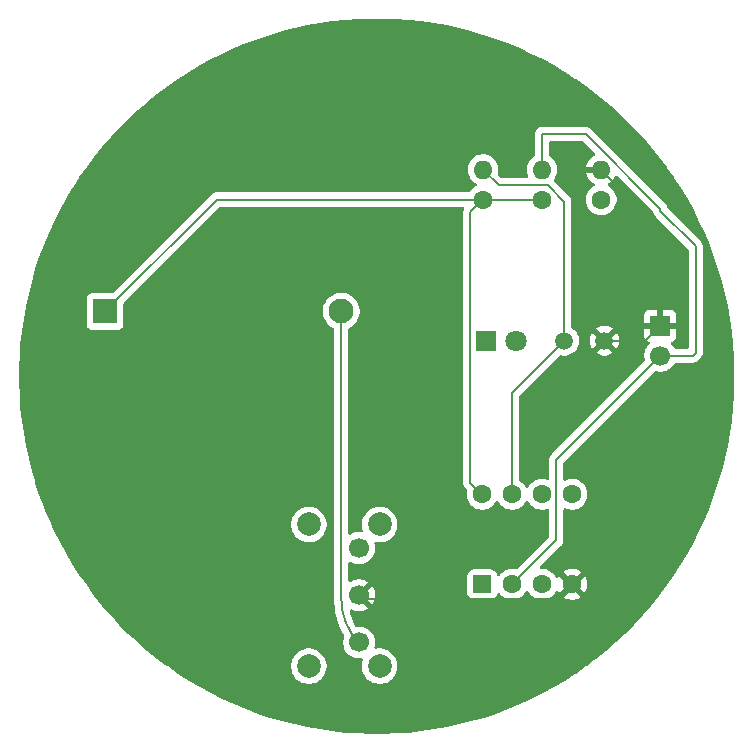
<source format=gbr>
%TF.GenerationSoftware,KiCad,Pcbnew,9.0.1*%
%TF.CreationDate,2025-06-16T09:39:09+05:30*%
%TF.ProjectId,project1,70726f6a-6563-4743-912e-6b696361645f,rev?*%
%TF.SameCoordinates,Original*%
%TF.FileFunction,Copper,L1,Top*%
%TF.FilePolarity,Positive*%
%FSLAX46Y46*%
G04 Gerber Fmt 4.6, Leading zero omitted, Abs format (unit mm)*
G04 Created by KiCad (PCBNEW 9.0.1) date 2025-06-16 09:39:09*
%MOMM*%
%LPD*%
G01*
G04 APERTURE LIST*
G04 Aperture macros list*
%AMRoundRect*
0 Rectangle with rounded corners*
0 $1 Rounding radius*
0 $2 $3 $4 $5 $6 $7 $8 $9 X,Y pos of 4 corners*
0 Add a 4 corners polygon primitive as box body*
4,1,4,$2,$3,$4,$5,$6,$7,$8,$9,$2,$3,0*
0 Add four circle primitives for the rounded corners*
1,1,$1+$1,$2,$3*
1,1,$1+$1,$4,$5*
1,1,$1+$1,$6,$7*
1,1,$1+$1,$8,$9*
0 Add four rect primitives between the rounded corners*
20,1,$1+$1,$2,$3,$4,$5,0*
20,1,$1+$1,$4,$5,$6,$7,0*
20,1,$1+$1,$6,$7,$8,$9,0*
20,1,$1+$1,$8,$9,$2,$3,0*%
G04 Aperture macros list end*
%TA.AperFunction,ComponentPad*%
%ADD10C,1.600000*%
%TD*%
%TA.AperFunction,ComponentPad*%
%ADD11O,1.600000X1.600000*%
%TD*%
%TA.AperFunction,ComponentPad*%
%ADD12RoundRect,0.250000X0.550000X-0.550000X0.550000X0.550000X-0.550000X0.550000X-0.550000X-0.550000X0*%
%TD*%
%TA.AperFunction,ComponentPad*%
%ADD13C,2.000000*%
%TD*%
%TA.AperFunction,ComponentPad*%
%ADD14C,1.700000*%
%TD*%
%TA.AperFunction,ComponentPad*%
%ADD15R,1.700000X1.700000*%
%TD*%
%TA.AperFunction,ComponentPad*%
%ADD16R,1.800000X1.800000*%
%TD*%
%TA.AperFunction,ComponentPad*%
%ADD17C,1.800000*%
%TD*%
%TA.AperFunction,ComponentPad*%
%ADD18C,1.500000*%
%TD*%
%TA.AperFunction,ComponentPad*%
%ADD19R,2.100000X2.100000*%
%TD*%
%TA.AperFunction,ComponentPad*%
%ADD20C,2.100000*%
%TD*%
%TA.AperFunction,Conductor*%
%ADD21C,0.200000*%
%TD*%
G04 APERTURE END LIST*
D10*
%TO.P,R3,1*%
%TO.N,+3.3V*%
X108500000Y-59545000D03*
D11*
%TO.P,R3,2*%
%TO.N,/MIC*%
X108500000Y-57005000D03*
%TD*%
D12*
%TO.P,U1,1,~{RESET}/PB5*%
%TO.N,unconnected-(U1-~{RESET}{slash}PB5-Pad1)*%
X103420000Y-92120000D03*
D10*
%TO.P,U1,2,XTAL1/PB3*%
%TO.N,/MIC*%
X105960000Y-92120000D03*
%TO.P,U1,3,XTAL2/PB4*%
%TO.N,unconnected-(U1-XTAL2{slash}PB4-Pad3)*%
X108500000Y-92120000D03*
%TO.P,U1,4,GND*%
%TO.N,GND*%
X111040000Y-92120000D03*
%TO.P,U1,5,AREF/PB0*%
%TO.N,unconnected-(U1-AREF{slash}PB0-Pad5)*%
X111040000Y-84500000D03*
%TO.P,U1,6,PB1*%
%TO.N,/LED*%
X108500000Y-84500000D03*
%TO.P,U1,7,PB2*%
%TO.N,/LDR*%
X105960000Y-84500000D03*
%TO.P,U1,8,VCC*%
%TO.N,+3.3V*%
X103420000Y-84500000D03*
%TD*%
%TO.P,R1,1*%
%TO.N,+3.3V*%
X103500000Y-59545000D03*
D11*
%TO.P,R1,2*%
%TO.N,/LDR*%
X103500000Y-57005000D03*
%TD*%
D13*
%TO.P,SW1,*%
%TO.N,*%
X94750000Y-87042500D03*
X88750000Y-87042500D03*
X94750000Y-99042500D03*
X88750000Y-99042500D03*
D14*
%TO.P,SW1,1,A*%
%TO.N,unconnected-(SW1-A-Pad1)*%
X93000000Y-89042500D03*
%TO.P,SW1,2,B*%
%TO.N,GND*%
X93000000Y-93042500D03*
%TO.P,SW1,3,C*%
%TO.N,Net-(BT1--)*%
X93000000Y-97042500D03*
%TD*%
D15*
%TO.P,MK1,1,-*%
%TO.N,GND*%
X118500000Y-70225000D03*
D14*
%TO.P,MK1,2,+*%
%TO.N,/MIC*%
X118500000Y-72765000D03*
%TD*%
D16*
%TO.P,D1,1,K*%
%TO.N,Net-(D1-K)*%
X103730000Y-71500000D03*
D17*
%TO.P,D1,2,A*%
%TO.N,/LED*%
X106270000Y-71500000D03*
%TD*%
D18*
%TO.P,R2,1*%
%TO.N,/LDR*%
X110375000Y-71500000D03*
%TO.P,R2,2*%
%TO.N,GND*%
X113775000Y-71500000D03*
%TD*%
D19*
%TO.P,BT1,1,+*%
%TO.N,+3.3V*%
X71500000Y-69000000D03*
D20*
%TO.P,BT1,2,-*%
%TO.N,Net-(BT1--)*%
X91500000Y-69000000D03*
%TD*%
D10*
%TO.P,R4,1*%
%TO.N,Net-(D1-K)*%
X113500000Y-59545000D03*
D11*
%TO.P,R4,2*%
%TO.N,GND*%
X113500000Y-57005000D03*
%TD*%
D21*
%TO.N,Net-(BT1--)*%
X91500000Y-69000000D02*
X91500000Y-93421180D01*
X91500000Y-93421180D02*
G75*
G03*
X92999994Y-97042506I5121300J-20D01*
G01*
%TO.N,+3.3V*%
X102429000Y-83509000D02*
X103420000Y-84500000D01*
X103500000Y-59545000D02*
X102429000Y-60616000D01*
X102429000Y-60616000D02*
X102429000Y-83509000D01*
X80955000Y-59545000D02*
X103500000Y-59545000D01*
X103500000Y-59545000D02*
X108500000Y-59545000D01*
X71500000Y-69000000D02*
X80955000Y-59545000D01*
%TO.N,/MIC*%
X118500000Y-60306529D02*
X118500000Y-60500000D01*
X108500000Y-57005000D02*
X108500000Y-54000000D01*
X109701000Y-88379000D02*
X109701000Y-81564000D01*
X121500000Y-63500000D02*
X121500000Y-72500000D01*
X109701000Y-81564000D02*
X118500000Y-72765000D01*
X121500000Y-72500000D02*
X121235000Y-72765000D01*
X112193471Y-54000000D02*
X118500000Y-60306529D01*
X121235000Y-72765000D02*
X118500000Y-72765000D01*
X118500000Y-60500000D02*
X121500000Y-63500000D01*
X108500000Y-54000000D02*
X112193471Y-54000000D01*
X105960000Y-92120000D02*
X109701000Y-88379000D01*
%TO.N,GND*%
X111040000Y-92120000D02*
X109839000Y-93321000D01*
X113775000Y-71500000D02*
X117225000Y-71500000D01*
X117225000Y-71500000D02*
X118500000Y-70225000D01*
X118500000Y-62005000D02*
X118500000Y-70225000D01*
X113500000Y-57005000D02*
X118500000Y-62005000D01*
X93278500Y-93321000D02*
X93000000Y-93042500D01*
X111042500Y-92126036D02*
X111040000Y-92120000D01*
X109839000Y-93321000D02*
X93278500Y-93321000D01*
%TO.N,/LDR*%
X108997471Y-58344000D02*
X110375000Y-59721529D01*
X110375000Y-71500000D02*
X105960000Y-75915000D01*
X103500000Y-57005000D02*
X104839000Y-58344000D01*
X104839000Y-58344000D02*
X108997471Y-58344000D01*
X110375000Y-59721529D02*
X110375000Y-71500000D01*
X105960000Y-75915000D02*
X105960000Y-84500000D01*
%TD*%
%TA.AperFunction,Conductor*%
%TO.N,GND*%
G36*
X111960413Y-54620185D02*
G01*
X111981055Y-54636819D01*
X112975356Y-55631120D01*
X113008841Y-55692443D01*
X113003857Y-55762135D01*
X112961985Y-55818068D01*
X112943970Y-55829285D01*
X112818655Y-55893136D01*
X112653105Y-56013417D01*
X112653104Y-56013417D01*
X112508417Y-56158104D01*
X112508417Y-56158105D01*
X112388140Y-56323650D01*
X112295244Y-56505970D01*
X112232009Y-56700586D01*
X112223391Y-56755000D01*
X113184314Y-56755000D01*
X113179920Y-56759394D01*
X113127259Y-56850606D01*
X113100000Y-56952339D01*
X113100000Y-57057661D01*
X113127259Y-57159394D01*
X113179920Y-57250606D01*
X113184314Y-57255000D01*
X112223391Y-57255000D01*
X112232009Y-57309413D01*
X112295244Y-57504029D01*
X112388140Y-57686349D01*
X112508417Y-57851894D01*
X112508417Y-57851895D01*
X112653104Y-57996582D01*
X112818652Y-58116861D01*
X112911628Y-58164234D01*
X112962425Y-58212208D01*
X112979220Y-58280029D01*
X112956683Y-58346164D01*
X112911630Y-58385203D01*
X112818388Y-58432713D01*
X112652786Y-58553028D01*
X112508028Y-58697786D01*
X112387715Y-58863386D01*
X112294781Y-59045776D01*
X112231522Y-59240465D01*
X112199500Y-59442648D01*
X112199500Y-59647351D01*
X112231522Y-59849534D01*
X112294781Y-60044223D01*
X112310333Y-60074744D01*
X112383320Y-60217989D01*
X112387715Y-60226613D01*
X112508028Y-60392213D01*
X112652786Y-60536971D01*
X112807749Y-60649556D01*
X112818390Y-60657287D01*
X112912148Y-60705059D01*
X113000776Y-60750218D01*
X113000778Y-60750218D01*
X113000781Y-60750220D01*
X113105137Y-60784127D01*
X113195465Y-60813477D01*
X113296557Y-60829488D01*
X113397648Y-60845500D01*
X113397649Y-60845500D01*
X113602351Y-60845500D01*
X113602352Y-60845500D01*
X113804534Y-60813477D01*
X113999219Y-60750220D01*
X114181610Y-60657287D01*
X114305444Y-60567317D01*
X114347213Y-60536971D01*
X114347215Y-60536968D01*
X114347219Y-60536966D01*
X114491966Y-60392219D01*
X114491968Y-60392215D01*
X114491971Y-60392213D01*
X114561835Y-60296052D01*
X114612287Y-60226610D01*
X114705220Y-60044219D01*
X114768477Y-59849534D01*
X114800500Y-59647352D01*
X114800500Y-59442648D01*
X114800021Y-59439621D01*
X114768477Y-59240465D01*
X114711296Y-59064481D01*
X114705220Y-59045781D01*
X114705218Y-59045778D01*
X114705218Y-59045776D01*
X114671503Y-58979607D01*
X114612287Y-58863390D01*
X114604556Y-58852749D01*
X114491971Y-58697786D01*
X114347213Y-58553028D01*
X114181611Y-58432713D01*
X114088369Y-58385203D01*
X114037574Y-58337229D01*
X114020779Y-58269407D01*
X114043317Y-58203273D01*
X114088371Y-58164234D01*
X114181347Y-58116861D01*
X114346894Y-57996582D01*
X114346895Y-57996582D01*
X114491582Y-57851895D01*
X114491582Y-57851894D01*
X114611861Y-57686347D01*
X114675713Y-57561030D01*
X114723687Y-57510233D01*
X114791508Y-57493438D01*
X114857643Y-57515975D01*
X114873879Y-57529643D01*
X117867295Y-60523059D01*
X117874428Y-60534783D01*
X117882411Y-60541394D01*
X117894226Y-60567317D01*
X117897784Y-60573165D01*
X117899499Y-60578558D01*
X117899499Y-60579057D01*
X117940423Y-60731785D01*
X117951067Y-60750220D01*
X117957781Y-60761850D01*
X117957783Y-60761854D01*
X118019475Y-60868709D01*
X118019481Y-60868717D01*
X118138349Y-60987585D01*
X118138355Y-60987590D01*
X120863181Y-63712416D01*
X120896666Y-63773739D01*
X120899500Y-63800097D01*
X120899500Y-72040500D01*
X120879815Y-72107539D01*
X120827011Y-72153294D01*
X120775500Y-72164500D01*
X119785719Y-72164500D01*
X119718680Y-72144815D01*
X119675235Y-72096795D01*
X119655052Y-72057185D01*
X119655051Y-72057184D01*
X119530109Y-71885213D01*
X119416181Y-71771285D01*
X119382696Y-71709962D01*
X119387680Y-71640270D01*
X119429552Y-71584337D01*
X119460529Y-71567422D01*
X119592086Y-71518354D01*
X119592093Y-71518350D01*
X119707187Y-71432190D01*
X119707190Y-71432187D01*
X119793350Y-71317093D01*
X119793354Y-71317086D01*
X119843596Y-71182379D01*
X119843598Y-71182372D01*
X119849999Y-71122844D01*
X119850000Y-71122827D01*
X119850000Y-70475000D01*
X118933012Y-70475000D01*
X118965925Y-70417993D01*
X119000000Y-70290826D01*
X119000000Y-70159174D01*
X118965925Y-70032007D01*
X118933012Y-69975000D01*
X119850000Y-69975000D01*
X119850000Y-69327172D01*
X119849999Y-69327155D01*
X119843598Y-69267627D01*
X119843596Y-69267620D01*
X119793354Y-69132913D01*
X119793350Y-69132906D01*
X119707190Y-69017812D01*
X119707187Y-69017809D01*
X119592093Y-68931649D01*
X119592086Y-68931645D01*
X119457379Y-68881403D01*
X119457372Y-68881401D01*
X119397844Y-68875000D01*
X118750000Y-68875000D01*
X118750000Y-69791988D01*
X118692993Y-69759075D01*
X118565826Y-69725000D01*
X118434174Y-69725000D01*
X118307007Y-69759075D01*
X118250000Y-69791988D01*
X118250000Y-68875000D01*
X117602155Y-68875000D01*
X117542627Y-68881401D01*
X117542620Y-68881403D01*
X117407913Y-68931645D01*
X117407906Y-68931649D01*
X117292812Y-69017809D01*
X117292809Y-69017812D01*
X117206649Y-69132906D01*
X117206645Y-69132913D01*
X117156403Y-69267620D01*
X117156401Y-69267627D01*
X117150000Y-69327155D01*
X117150000Y-69975000D01*
X118066988Y-69975000D01*
X118034075Y-70032007D01*
X118000000Y-70159174D01*
X118000000Y-70290826D01*
X118034075Y-70417993D01*
X118066988Y-70475000D01*
X117150000Y-70475000D01*
X117150000Y-71122844D01*
X117156401Y-71182372D01*
X117156403Y-71182379D01*
X117206645Y-71317086D01*
X117206649Y-71317093D01*
X117292809Y-71432187D01*
X117292812Y-71432190D01*
X117407906Y-71518350D01*
X117407913Y-71518354D01*
X117539470Y-71567422D01*
X117595404Y-71609293D01*
X117619821Y-71674758D01*
X117604969Y-71743031D01*
X117583819Y-71771285D01*
X117469889Y-71885215D01*
X117344951Y-72057179D01*
X117248444Y-72246585D01*
X117182753Y-72448760D01*
X117149500Y-72658713D01*
X117149500Y-72871286D01*
X117182754Y-73081244D01*
X117182754Y-73081247D01*
X117196491Y-73123523D01*
X117198486Y-73193364D01*
X117166241Y-73249522D01*
X109332286Y-81083478D01*
X109220481Y-81195282D01*
X109220479Y-81195285D01*
X109170361Y-81282094D01*
X109170359Y-81282096D01*
X109141425Y-81332209D01*
X109141424Y-81332210D01*
X109141423Y-81332215D01*
X109100499Y-81484943D01*
X109100499Y-81484945D01*
X109100499Y-81653046D01*
X109100500Y-81653059D01*
X109100500Y-83157016D01*
X109080815Y-83224055D01*
X109028011Y-83269810D01*
X108958853Y-83279754D01*
X108938182Y-83274947D01*
X108804537Y-83231523D01*
X108652897Y-83207505D01*
X108602352Y-83199500D01*
X108397648Y-83199500D01*
X108373329Y-83203351D01*
X108195465Y-83231522D01*
X108000776Y-83294781D01*
X107818386Y-83387715D01*
X107652786Y-83508028D01*
X107508028Y-83652786D01*
X107387715Y-83818386D01*
X107340485Y-83911080D01*
X107292510Y-83961876D01*
X107224689Y-83978671D01*
X107158554Y-83956134D01*
X107119515Y-83911080D01*
X107118883Y-83909840D01*
X107072287Y-83818390D01*
X107064556Y-83807749D01*
X106951971Y-83652786D01*
X106807213Y-83508028D01*
X106641610Y-83387712D01*
X106628200Y-83380879D01*
X106577406Y-83332903D01*
X106560500Y-83270397D01*
X106560500Y-76215096D01*
X106580185Y-76148057D01*
X106596814Y-76127420D01*
X109970468Y-72753765D01*
X110031789Y-72720282D01*
X110077546Y-72718975D01*
X110082168Y-72719707D01*
X110082174Y-72719709D01*
X110199642Y-72738313D01*
X110276579Y-72750500D01*
X110276583Y-72750500D01*
X110473422Y-72750500D01*
X110667826Y-72719709D01*
X110670085Y-72718975D01*
X110855025Y-72658884D01*
X111030405Y-72569524D01*
X111189646Y-72453828D01*
X111328828Y-72314646D01*
X111444524Y-72155405D01*
X111533884Y-71980025D01*
X111594709Y-71792826D01*
X111603884Y-71734896D01*
X111625500Y-71598422D01*
X111625500Y-71401617D01*
X112525000Y-71401617D01*
X112525000Y-71598382D01*
X112555778Y-71792705D01*
X112616581Y-71979835D01*
X112705905Y-72155145D01*
X112731319Y-72190125D01*
X112731320Y-72190125D01*
X113375000Y-71546445D01*
X113375000Y-71552661D01*
X113402259Y-71654394D01*
X113454920Y-71745606D01*
X113529394Y-71820080D01*
X113620606Y-71872741D01*
X113722339Y-71900000D01*
X113728553Y-71900000D01*
X113084873Y-72543677D01*
X113084873Y-72543678D01*
X113119858Y-72569096D01*
X113295164Y-72658418D01*
X113482294Y-72719221D01*
X113676618Y-72750000D01*
X113873382Y-72750000D01*
X114067705Y-72719221D01*
X114254835Y-72658418D01*
X114430143Y-72569095D01*
X114465125Y-72543678D01*
X114465126Y-72543678D01*
X113821448Y-71900000D01*
X113827661Y-71900000D01*
X113929394Y-71872741D01*
X114020606Y-71820080D01*
X114095080Y-71745606D01*
X114147741Y-71654394D01*
X114175000Y-71552661D01*
X114175000Y-71546448D01*
X114818678Y-72190126D01*
X114818678Y-72190125D01*
X114844095Y-72155143D01*
X114933418Y-71979835D01*
X114994221Y-71792705D01*
X115025000Y-71598382D01*
X115025000Y-71401617D01*
X114994221Y-71207294D01*
X114933418Y-71020164D01*
X114844096Y-70844858D01*
X114818678Y-70809873D01*
X114818677Y-70809873D01*
X114175000Y-71453551D01*
X114175000Y-71447339D01*
X114147741Y-71345606D01*
X114095080Y-71254394D01*
X114020606Y-71179920D01*
X113929394Y-71127259D01*
X113827661Y-71100000D01*
X113821447Y-71100000D01*
X114465125Y-70456320D01*
X114465125Y-70456319D01*
X114430145Y-70430905D01*
X114254835Y-70341581D01*
X114067705Y-70280778D01*
X113873382Y-70250000D01*
X113676618Y-70250000D01*
X113482294Y-70280778D01*
X113295161Y-70341582D01*
X113119863Y-70430899D01*
X113119859Y-70430902D01*
X113084873Y-70456320D01*
X113084872Y-70456320D01*
X113728554Y-71100000D01*
X113722339Y-71100000D01*
X113620606Y-71127259D01*
X113529394Y-71179920D01*
X113454920Y-71254394D01*
X113402259Y-71345606D01*
X113375000Y-71447339D01*
X113375000Y-71453552D01*
X112731320Y-70809872D01*
X112731320Y-70809873D01*
X112705902Y-70844859D01*
X112705899Y-70844863D01*
X112616582Y-71020161D01*
X112555778Y-71207294D01*
X112525000Y-71401617D01*
X111625500Y-71401617D01*
X111625500Y-71401577D01*
X111594709Y-71207173D01*
X111533882Y-71019970D01*
X111486743Y-70927455D01*
X111444524Y-70844595D01*
X111328828Y-70685354D01*
X111189646Y-70546172D01*
X111140110Y-70510182D01*
X111026614Y-70427721D01*
X110983949Y-70372390D01*
X110975500Y-70327403D01*
X110975500Y-59642474D01*
X110975500Y-59642472D01*
X110934577Y-59489745D01*
X110934577Y-59489744D01*
X110934577Y-59489743D01*
X110905639Y-59439624D01*
X110905637Y-59439621D01*
X110855520Y-59352813D01*
X110743716Y-59241009D01*
X110743715Y-59241008D01*
X110739385Y-59236678D01*
X110739374Y-59236668D01*
X109509185Y-58006479D01*
X109475700Y-57945156D01*
X109480684Y-57875464D01*
X109496548Y-57845913D01*
X109570954Y-57743500D01*
X109612287Y-57686610D01*
X109705220Y-57504219D01*
X109768477Y-57309534D01*
X109800500Y-57107352D01*
X109800500Y-56902648D01*
X109780232Y-56774685D01*
X109768477Y-56700465D01*
X109705218Y-56505776D01*
X109612419Y-56323650D01*
X109612287Y-56323390D01*
X109604556Y-56312749D01*
X109491971Y-56157786D01*
X109347213Y-56013028D01*
X109181610Y-55892712D01*
X109168200Y-55885879D01*
X109117406Y-55837903D01*
X109100500Y-55775397D01*
X109100500Y-54724500D01*
X109120185Y-54657461D01*
X109172989Y-54611706D01*
X109224500Y-54600500D01*
X111893374Y-54600500D01*
X111960413Y-54620185D01*
G37*
%TD.AperFunction*%
%TA.AperFunction,Conductor*%
G36*
X95042777Y-44219403D02*
G01*
X96118803Y-44257834D01*
X96123216Y-44258070D01*
X97197216Y-44334884D01*
X97201522Y-44335269D01*
X98272151Y-44450374D01*
X98276507Y-44450921D01*
X99342271Y-44604155D01*
X99346614Y-44604858D01*
X100406264Y-44796040D01*
X100410564Y-44796896D01*
X101462682Y-45025771D01*
X101466965Y-45026783D01*
X102510260Y-45293068D01*
X102514477Y-45294225D01*
X103507696Y-45585860D01*
X103547607Y-45597579D01*
X103551833Y-45598902D01*
X104573443Y-45938927D01*
X104577545Y-45940373D01*
X105586449Y-46316675D01*
X105590529Y-46318280D01*
X106174094Y-46560001D01*
X106585300Y-46730329D01*
X106589358Y-46732096D01*
X107568728Y-47179359D01*
X107572722Y-47181269D01*
X108535569Y-47663236D01*
X108539491Y-47665288D01*
X109484487Y-48181293D01*
X109488300Y-48183464D01*
X110035401Y-48508074D01*
X110414338Y-48732909D01*
X110418103Y-48735236D01*
X111323848Y-49317323D01*
X111327529Y-49319782D01*
X111622779Y-49524777D01*
X112211992Y-49933875D01*
X112215518Y-49936417D01*
X113077520Y-50581704D01*
X113080988Y-50584398D01*
X113919369Y-51260008D01*
X113922766Y-51262847D01*
X114736485Y-51967939D01*
X114739778Y-51970897D01*
X115527823Y-52704592D01*
X115531008Y-52707666D01*
X116292333Y-53468991D01*
X116295407Y-53472176D01*
X117029102Y-54260221D01*
X117032060Y-54263514D01*
X117737152Y-55077233D01*
X117739991Y-55080630D01*
X118415601Y-55919011D01*
X118418301Y-55922487D01*
X119063574Y-56784471D01*
X119066132Y-56788018D01*
X119109588Y-56850606D01*
X119680217Y-57672470D01*
X119682676Y-57676151D01*
X120264763Y-58581896D01*
X120267090Y-58585661D01*
X120816525Y-59511682D01*
X120818715Y-59515529D01*
X121334711Y-60460508D01*
X121336763Y-60464430D01*
X121818730Y-61427277D01*
X121820640Y-61431271D01*
X122267903Y-62410641D01*
X122269670Y-62414699D01*
X122681711Y-63409451D01*
X122683332Y-63413570D01*
X123059613Y-64422418D01*
X123061085Y-64426593D01*
X123401097Y-65448168D01*
X123402420Y-65452392D01*
X123705767Y-66485496D01*
X123706938Y-66489765D01*
X123973213Y-67533022D01*
X123974231Y-67537330D01*
X124203099Y-68589415D01*
X124203963Y-68593756D01*
X124395138Y-69653372D01*
X124395846Y-69657742D01*
X124549075Y-70723474D01*
X124549627Y-70727866D01*
X124664725Y-71798426D01*
X124665119Y-71802835D01*
X124741928Y-72876779D01*
X124742165Y-72881199D01*
X124780596Y-73957222D01*
X124780675Y-73961648D01*
X124780675Y-75038351D01*
X124780596Y-75042777D01*
X124742165Y-76118800D01*
X124741928Y-76123220D01*
X124665119Y-77197164D01*
X124664725Y-77201573D01*
X124549627Y-78272133D01*
X124549075Y-78276525D01*
X124395846Y-79342257D01*
X124395138Y-79346627D01*
X124203963Y-80406243D01*
X124203099Y-80410584D01*
X123974231Y-81462669D01*
X123973213Y-81466977D01*
X123706938Y-82510234D01*
X123705767Y-82514503D01*
X123402420Y-83547607D01*
X123401097Y-83551831D01*
X123061085Y-84573406D01*
X123059613Y-84577581D01*
X122683332Y-85586429D01*
X122681711Y-85590548D01*
X122269670Y-86585300D01*
X122267903Y-86589358D01*
X121820640Y-87568728D01*
X121818730Y-87572722D01*
X121336763Y-88535569D01*
X121334711Y-88539491D01*
X120818715Y-89484470D01*
X120816525Y-89488317D01*
X120267090Y-90414338D01*
X120264763Y-90418103D01*
X119682676Y-91323848D01*
X119680217Y-91327529D01*
X119066138Y-92211973D01*
X119063555Y-92215555D01*
X118843371Y-92509687D01*
X118418316Y-93077493D01*
X118415601Y-93080988D01*
X117739991Y-93919369D01*
X117737152Y-93922766D01*
X117032060Y-94736485D01*
X117029102Y-94739778D01*
X116295407Y-95527823D01*
X116292333Y-95531008D01*
X115531008Y-96292333D01*
X115527823Y-96295407D01*
X114739778Y-97029102D01*
X114736485Y-97032060D01*
X113922766Y-97737152D01*
X113919369Y-97739991D01*
X113080988Y-98415601D01*
X113077493Y-98418316D01*
X112916029Y-98539187D01*
X112275326Y-99018812D01*
X112215564Y-99063549D01*
X112211973Y-99066138D01*
X111327529Y-99680217D01*
X111323848Y-99682676D01*
X110418103Y-100264763D01*
X110414338Y-100267090D01*
X109488317Y-100816525D01*
X109484470Y-100818715D01*
X108539491Y-101334711D01*
X108535569Y-101336763D01*
X107572722Y-101818730D01*
X107568728Y-101820640D01*
X106589358Y-102267903D01*
X106585300Y-102269670D01*
X105590548Y-102681711D01*
X105586429Y-102683332D01*
X104577581Y-103059613D01*
X104573406Y-103061085D01*
X103551831Y-103401097D01*
X103547607Y-103402420D01*
X102514503Y-103705767D01*
X102510234Y-103706938D01*
X101466977Y-103973213D01*
X101462669Y-103974231D01*
X100410584Y-104203099D01*
X100406243Y-104203963D01*
X99346627Y-104395138D01*
X99342257Y-104395846D01*
X98276525Y-104549075D01*
X98272133Y-104549627D01*
X97201573Y-104664725D01*
X97197164Y-104665119D01*
X96123220Y-104741928D01*
X96118800Y-104742165D01*
X95042778Y-104780596D01*
X95038352Y-104780675D01*
X93961648Y-104780675D01*
X93957222Y-104780596D01*
X92881199Y-104742165D01*
X92876779Y-104741928D01*
X91802835Y-104665119D01*
X91798426Y-104664725D01*
X90727866Y-104549627D01*
X90723474Y-104549075D01*
X89657742Y-104395846D01*
X89653372Y-104395138D01*
X88593756Y-104203963D01*
X88589415Y-104203099D01*
X87537330Y-103974231D01*
X87533022Y-103973213D01*
X86489765Y-103706938D01*
X86485496Y-103705767D01*
X85452392Y-103402420D01*
X85448168Y-103401097D01*
X84426593Y-103061085D01*
X84422418Y-103059613D01*
X83413570Y-102683332D01*
X83409451Y-102681711D01*
X82414699Y-102269670D01*
X82410641Y-102267903D01*
X81431271Y-101820640D01*
X81427277Y-101818730D01*
X80464430Y-101336763D01*
X80460508Y-101334711D01*
X79515529Y-100818715D01*
X79511682Y-100816525D01*
X78585661Y-100267090D01*
X78581896Y-100264763D01*
X77676151Y-99682676D01*
X77672470Y-99680217D01*
X76788026Y-99066138D01*
X76784436Y-99063549D01*
X76598558Y-98924402D01*
X87249500Y-98924402D01*
X87249500Y-99160597D01*
X87286446Y-99393868D01*
X87359433Y-99618496D01*
X87390882Y-99680217D01*
X87466657Y-99828933D01*
X87605483Y-100020010D01*
X87772490Y-100187017D01*
X87963567Y-100325843D01*
X88062991Y-100376502D01*
X88174003Y-100433066D01*
X88174005Y-100433066D01*
X88174008Y-100433068D01*
X88294412Y-100472189D01*
X88398631Y-100506053D01*
X88631903Y-100543000D01*
X88631908Y-100543000D01*
X88868097Y-100543000D01*
X89101368Y-100506053D01*
X89325992Y-100433068D01*
X89536433Y-100325843D01*
X89727510Y-100187017D01*
X89894517Y-100020010D01*
X90033343Y-99828933D01*
X90140568Y-99618492D01*
X90213553Y-99393868D01*
X90250500Y-99160597D01*
X90250500Y-98924402D01*
X90213553Y-98691131D01*
X90140566Y-98466503D01*
X90033342Y-98256066D01*
X89894517Y-98064990D01*
X89727510Y-97897983D01*
X89536433Y-97759157D01*
X89325996Y-97651933D01*
X89101368Y-97578946D01*
X88868097Y-97542000D01*
X88868092Y-97542000D01*
X88631908Y-97542000D01*
X88631903Y-97542000D01*
X88398631Y-97578946D01*
X88174003Y-97651933D01*
X87963566Y-97759157D01*
X87854550Y-97838362D01*
X87772490Y-97897983D01*
X87772488Y-97897985D01*
X87772487Y-97897985D01*
X87605485Y-98064987D01*
X87605485Y-98064988D01*
X87605483Y-98064990D01*
X87560580Y-98126793D01*
X87466657Y-98256066D01*
X87359433Y-98466503D01*
X87286446Y-98691131D01*
X87249500Y-98924402D01*
X76598558Y-98924402D01*
X75922487Y-98418301D01*
X75919011Y-98415601D01*
X75080630Y-97739991D01*
X75077233Y-97737152D01*
X74263514Y-97032060D01*
X74260221Y-97029102D01*
X73472176Y-96295407D01*
X73468991Y-96292333D01*
X72707666Y-95531008D01*
X72704592Y-95527823D01*
X71970897Y-94739778D01*
X71967939Y-94736485D01*
X71262847Y-93922766D01*
X71260008Y-93919369D01*
X70584398Y-93080988D01*
X70581704Y-93077520D01*
X69936417Y-92215518D01*
X69933875Y-92211992D01*
X69523390Y-91620781D01*
X69319782Y-91327529D01*
X69317323Y-91323848D01*
X68735236Y-90418103D01*
X68732909Y-90414338D01*
X68183474Y-89488317D01*
X68181284Y-89484470D01*
X67665288Y-88539491D01*
X67663236Y-88535569D01*
X67181269Y-87572722D01*
X67179359Y-87568728D01*
X66906407Y-86971047D01*
X66885105Y-86924402D01*
X87249500Y-86924402D01*
X87249500Y-87160597D01*
X87286446Y-87393868D01*
X87359433Y-87618496D01*
X87466657Y-87828933D01*
X87605483Y-88020010D01*
X87772490Y-88187017D01*
X87963567Y-88325843D01*
X88062991Y-88376502D01*
X88174003Y-88433066D01*
X88174005Y-88433066D01*
X88174008Y-88433068D01*
X88250907Y-88458054D01*
X88398631Y-88506053D01*
X88631903Y-88543000D01*
X88631908Y-88543000D01*
X88868097Y-88543000D01*
X89101368Y-88506053D01*
X89325992Y-88433068D01*
X89536433Y-88325843D01*
X89727510Y-88187017D01*
X89894517Y-88020010D01*
X90033343Y-87828933D01*
X90140568Y-87618492D01*
X90213553Y-87393868D01*
X90250500Y-87160597D01*
X90250500Y-86924402D01*
X90213553Y-86691131D01*
X90140566Y-86466503D01*
X90033342Y-86256066D01*
X89894517Y-86064990D01*
X89727510Y-85897983D01*
X89536433Y-85759157D01*
X89536394Y-85759137D01*
X89325996Y-85651933D01*
X89101368Y-85578946D01*
X88868097Y-85542000D01*
X88868092Y-85542000D01*
X88631908Y-85542000D01*
X88631903Y-85542000D01*
X88398631Y-85578946D01*
X88174003Y-85651933D01*
X87963566Y-85759157D01*
X87906663Y-85800500D01*
X87772490Y-85897983D01*
X87772488Y-85897985D01*
X87772487Y-85897985D01*
X87605485Y-86064987D01*
X87605485Y-86064988D01*
X87605483Y-86064990D01*
X87545862Y-86147050D01*
X87466657Y-86256066D01*
X87359433Y-86466503D01*
X87286446Y-86691131D01*
X87249500Y-86924402D01*
X66885105Y-86924402D01*
X66732096Y-86589358D01*
X66730329Y-86585300D01*
X66445632Y-85897983D01*
X66318280Y-85590529D01*
X66316667Y-85586429D01*
X65940373Y-84577545D01*
X65938927Y-84573443D01*
X65598902Y-83551831D01*
X65597579Y-83547607D01*
X65538495Y-83346385D01*
X65294225Y-82514477D01*
X65293068Y-82510260D01*
X65026783Y-81466965D01*
X65025768Y-81462669D01*
X64796896Y-80410564D01*
X64796036Y-80406243D01*
X64604861Y-79346627D01*
X64604153Y-79342257D01*
X64450924Y-78276525D01*
X64450372Y-78272133D01*
X64335269Y-77201522D01*
X64334884Y-77197216D01*
X64258070Y-76123216D01*
X64257834Y-76118800D01*
X64219404Y-75042777D01*
X64219325Y-75038351D01*
X64219325Y-73961648D01*
X64219404Y-73957222D01*
X64230563Y-73644786D01*
X64257834Y-72881193D01*
X64258071Y-72876779D01*
X64258841Y-72866014D01*
X64334885Y-71802778D01*
X64335268Y-71798482D01*
X64450375Y-70727841D01*
X64450924Y-70723474D01*
X64456406Y-70685352D01*
X64604156Y-69657719D01*
X64604861Y-69653372D01*
X64674457Y-69267627D01*
X64796042Y-68593725D01*
X64796893Y-68589446D01*
X64946409Y-67902135D01*
X69949500Y-67902135D01*
X69949500Y-70097870D01*
X69949501Y-70097876D01*
X69955908Y-70157483D01*
X70006202Y-70292328D01*
X70006206Y-70292335D01*
X70092452Y-70407544D01*
X70092455Y-70407547D01*
X70207664Y-70493793D01*
X70207671Y-70493797D01*
X70342517Y-70544091D01*
X70342516Y-70544091D01*
X70349444Y-70544835D01*
X70402127Y-70550500D01*
X72597872Y-70550499D01*
X72657483Y-70544091D01*
X72792331Y-70493796D01*
X72907546Y-70407546D01*
X72993796Y-70292331D01*
X73044091Y-70157483D01*
X73050500Y-70097873D01*
X73050499Y-68877973D01*
X89949500Y-68877973D01*
X89949500Y-69122026D01*
X89987678Y-69363072D01*
X90063097Y-69595187D01*
X90173896Y-69812642D01*
X90317339Y-70010076D01*
X90317343Y-70010081D01*
X90489918Y-70182656D01*
X90489923Y-70182660D01*
X90640879Y-70292335D01*
X90687361Y-70326106D01*
X90831795Y-70399697D01*
X90882590Y-70447671D01*
X90899500Y-70510182D01*
X90899500Y-93507776D01*
X90899508Y-93507905D01*
X90899508Y-93645996D01*
X90934781Y-94094212D01*
X90934784Y-94094236D01*
X91005116Y-94538304D01*
X91110082Y-94975521D01*
X91249016Y-95403120D01*
X91301989Y-95531008D01*
X91421081Y-95818523D01*
X91596454Y-96162713D01*
X91625211Y-96219152D01*
X91625214Y-96219157D01*
X91741095Y-96408256D01*
X91759340Y-96475702D01*
X91749929Y-96520499D01*
X91748442Y-96524088D01*
X91682753Y-96726259D01*
X91649500Y-96936213D01*
X91649500Y-97148786D01*
X91682753Y-97358739D01*
X91682753Y-97358741D01*
X91682754Y-97358743D01*
X91734785Y-97518878D01*
X91748444Y-97560914D01*
X91844951Y-97750320D01*
X91969890Y-97922286D01*
X92120213Y-98072609D01*
X92292179Y-98197548D01*
X92292181Y-98197549D01*
X92292184Y-98197551D01*
X92481588Y-98294057D01*
X92683757Y-98359746D01*
X92893713Y-98393000D01*
X92893714Y-98393000D01*
X93106285Y-98393000D01*
X93106287Y-98393000D01*
X93198489Y-98378396D01*
X93267780Y-98387350D01*
X93321232Y-98432346D01*
X93341872Y-98499097D01*
X93335816Y-98539187D01*
X93286447Y-98691127D01*
X93286447Y-98691130D01*
X93249500Y-98924402D01*
X93249500Y-99160597D01*
X93286446Y-99393868D01*
X93359433Y-99618496D01*
X93390882Y-99680217D01*
X93466657Y-99828933D01*
X93605483Y-100020010D01*
X93772490Y-100187017D01*
X93963567Y-100325843D01*
X94062991Y-100376502D01*
X94174003Y-100433066D01*
X94174005Y-100433066D01*
X94174008Y-100433068D01*
X94294412Y-100472189D01*
X94398631Y-100506053D01*
X94631903Y-100543000D01*
X94631908Y-100543000D01*
X94868097Y-100543000D01*
X95101368Y-100506053D01*
X95325992Y-100433068D01*
X95536433Y-100325843D01*
X95727510Y-100187017D01*
X95894517Y-100020010D01*
X96033343Y-99828933D01*
X96140568Y-99618492D01*
X96213553Y-99393868D01*
X96250500Y-99160597D01*
X96250500Y-98924402D01*
X96213553Y-98691131D01*
X96140566Y-98466503D01*
X96033342Y-98256066D01*
X95894517Y-98064990D01*
X95727510Y-97897983D01*
X95536433Y-97759157D01*
X95325996Y-97651933D01*
X95101368Y-97578946D01*
X94868097Y-97542000D01*
X94868092Y-97542000D01*
X94631908Y-97542000D01*
X94631903Y-97542000D01*
X94437257Y-97572829D01*
X94367964Y-97563874D01*
X94314512Y-97518878D01*
X94293872Y-97452127D01*
X94299928Y-97412041D01*
X94317246Y-97358743D01*
X94350500Y-97148787D01*
X94350500Y-96936213D01*
X94317246Y-96726257D01*
X94251557Y-96524088D01*
X94155051Y-96334684D01*
X94155049Y-96334681D01*
X94155048Y-96334679D01*
X94030109Y-96162713D01*
X93879786Y-96012390D01*
X93707820Y-95887451D01*
X93518414Y-95790944D01*
X93518413Y-95790943D01*
X93518412Y-95790943D01*
X93316243Y-95725254D01*
X93316241Y-95725253D01*
X93316240Y-95725253D01*
X93129818Y-95695727D01*
X93106287Y-95692000D01*
X92893713Y-95692000D01*
X92893708Y-95692000D01*
X92813635Y-95704682D01*
X92744341Y-95695727D01*
X92690889Y-95650731D01*
X92684257Y-95639482D01*
X92526560Y-95336548D01*
X92522002Y-95326772D01*
X92375206Y-94972374D01*
X92371520Y-94962246D01*
X92256173Y-94596409D01*
X92253379Y-94585983D01*
X92208124Y-94381846D01*
X92212832Y-94312138D01*
X92254482Y-94256039D01*
X92319849Y-94231363D01*
X92385481Y-94244527D01*
X92481780Y-94293594D01*
X92481779Y-94293594D01*
X92683870Y-94359257D01*
X92893754Y-94392500D01*
X93106246Y-94392500D01*
X93316127Y-94359257D01*
X93316130Y-94359257D01*
X93518217Y-94293595D01*
X93707554Y-94197122D01*
X93761716Y-94157770D01*
X93761717Y-94157770D01*
X93088585Y-93484638D01*
X93173694Y-93461833D01*
X93276306Y-93402590D01*
X93360090Y-93318806D01*
X93419333Y-93216194D01*
X93442138Y-93131085D01*
X94115270Y-93804217D01*
X94115270Y-93804216D01*
X94154622Y-93750054D01*
X94251095Y-93560717D01*
X94316757Y-93358630D01*
X94316757Y-93358627D01*
X94350000Y-93148746D01*
X94350000Y-92936253D01*
X94316757Y-92726372D01*
X94316757Y-92726369D01*
X94251095Y-92524282D01*
X94154624Y-92334949D01*
X94115270Y-92280782D01*
X94115269Y-92280782D01*
X93442137Y-92953914D01*
X93419333Y-92868806D01*
X93360090Y-92766194D01*
X93276306Y-92682410D01*
X93173694Y-92623167D01*
X93088582Y-92600361D01*
X93761716Y-91927228D01*
X93707550Y-91887875D01*
X93518217Y-91791404D01*
X93316129Y-91725742D01*
X93106246Y-91692500D01*
X92893754Y-91692500D01*
X92683872Y-91725742D01*
X92683869Y-91725742D01*
X92481782Y-91791404D01*
X92292440Y-91887879D01*
X92289284Y-91889814D01*
X92221837Y-91908054D01*
X92155236Y-91886935D01*
X92110625Y-91833160D01*
X92100500Y-91784083D01*
X92100500Y-90301505D01*
X92120185Y-90234466D01*
X92172989Y-90188711D01*
X92242147Y-90178767D01*
X92289290Y-90195777D01*
X92292171Y-90197541D01*
X92292184Y-90197551D01*
X92481588Y-90294057D01*
X92683757Y-90359746D01*
X92893713Y-90393000D01*
X92893714Y-90393000D01*
X93106286Y-90393000D01*
X93106287Y-90393000D01*
X93316243Y-90359746D01*
X93518412Y-90294057D01*
X93707816Y-90197551D01*
X93733670Y-90178767D01*
X93879786Y-90072609D01*
X93879788Y-90072606D01*
X93879792Y-90072604D01*
X94030104Y-89922292D01*
X94030106Y-89922288D01*
X94030109Y-89922286D01*
X94155048Y-89750320D01*
X94155047Y-89750320D01*
X94155051Y-89750316D01*
X94251557Y-89560912D01*
X94317246Y-89358743D01*
X94350500Y-89148787D01*
X94350500Y-88936213D01*
X94317246Y-88726257D01*
X94299927Y-88672957D01*
X94297932Y-88603121D01*
X94334012Y-88543288D01*
X94396713Y-88512459D01*
X94437253Y-88512170D01*
X94540092Y-88528457D01*
X94631904Y-88543000D01*
X94631908Y-88543000D01*
X94868097Y-88543000D01*
X95101368Y-88506053D01*
X95325992Y-88433068D01*
X95536433Y-88325843D01*
X95727510Y-88187017D01*
X95894517Y-88020010D01*
X96033343Y-87828933D01*
X96140568Y-87618492D01*
X96213553Y-87393868D01*
X96250500Y-87160597D01*
X96250500Y-86924402D01*
X96213553Y-86691131D01*
X96140566Y-86466503D01*
X96033342Y-86256066D01*
X95894517Y-86064990D01*
X95727510Y-85897983D01*
X95536433Y-85759157D01*
X95536394Y-85759137D01*
X95325996Y-85651933D01*
X95101368Y-85578946D01*
X94868097Y-85542000D01*
X94868092Y-85542000D01*
X94631908Y-85542000D01*
X94631903Y-85542000D01*
X94398631Y-85578946D01*
X94174003Y-85651933D01*
X93963566Y-85759157D01*
X93906663Y-85800500D01*
X93772490Y-85897983D01*
X93772488Y-85897985D01*
X93772487Y-85897985D01*
X93605485Y-86064987D01*
X93605485Y-86064988D01*
X93605483Y-86064990D01*
X93545862Y-86147050D01*
X93466657Y-86256066D01*
X93359433Y-86466503D01*
X93286446Y-86691131D01*
X93249500Y-86924402D01*
X93249500Y-87160597D01*
X93286447Y-87393869D01*
X93286447Y-87393872D01*
X93335816Y-87545812D01*
X93337811Y-87615653D01*
X93301731Y-87675486D01*
X93239030Y-87706314D01*
X93198487Y-87706603D01*
X93153758Y-87699518D01*
X93106287Y-87692000D01*
X92893713Y-87692000D01*
X92845042Y-87699708D01*
X92683760Y-87725253D01*
X92481585Y-87790944D01*
X92292175Y-87887453D01*
X92289279Y-87889228D01*
X92288030Y-87889565D01*
X92287843Y-87889661D01*
X92287822Y-87889621D01*
X92221831Y-87907465D01*
X92155231Y-87886342D01*
X92110623Y-87832566D01*
X92100500Y-87783494D01*
X92100500Y-70510182D01*
X92120185Y-70443143D01*
X92168204Y-70399698D01*
X92312639Y-70326106D01*
X92510083Y-70182655D01*
X92682655Y-70010083D01*
X92826106Y-69812639D01*
X92936904Y-69595185D01*
X93012321Y-69363076D01*
X93050500Y-69122027D01*
X93050500Y-68877973D01*
X93012321Y-68636924D01*
X92936904Y-68404815D01*
X92826106Y-68187361D01*
X92807779Y-68162136D01*
X92682660Y-67989923D01*
X92682656Y-67989918D01*
X92510081Y-67817343D01*
X92510076Y-67817339D01*
X92312642Y-67673896D01*
X92312641Y-67673895D01*
X92312639Y-67673894D01*
X92095185Y-67563096D01*
X91863076Y-67487679D01*
X91863074Y-67487678D01*
X91863072Y-67487678D01*
X91662491Y-67455909D01*
X91622027Y-67449500D01*
X91377973Y-67449500D01*
X91337515Y-67455908D01*
X91136927Y-67487678D01*
X90904812Y-67563097D01*
X90687357Y-67673896D01*
X90489923Y-67817339D01*
X90489918Y-67817343D01*
X90317343Y-67989918D01*
X90317339Y-67989923D01*
X90173896Y-68187357D01*
X90063097Y-68404812D01*
X89987678Y-68636927D01*
X89949500Y-68877973D01*
X73050499Y-68877973D01*
X73050499Y-68350095D01*
X73070184Y-68283057D01*
X73086813Y-68262420D01*
X81167416Y-60181819D01*
X81228739Y-60148334D01*
X81255097Y-60145500D01*
X101792471Y-60145500D01*
X101859510Y-60165185D01*
X101905265Y-60217989D01*
X101915209Y-60287147D01*
X101899858Y-60331500D01*
X101869424Y-60384212D01*
X101869423Y-60384213D01*
X101867278Y-60392219D01*
X101828499Y-60536943D01*
X101828499Y-60536945D01*
X101828499Y-60705046D01*
X101828500Y-60705059D01*
X101828500Y-83422330D01*
X101828499Y-83422348D01*
X101828499Y-83588054D01*
X101828498Y-83588054D01*
X101869423Y-83740785D01*
X101898358Y-83790900D01*
X101898359Y-83790904D01*
X101898360Y-83790904D01*
X101948479Y-83877714D01*
X101948481Y-83877717D01*
X102067349Y-83996585D01*
X102067355Y-83996590D01*
X102125922Y-84055157D01*
X102159407Y-84116480D01*
X102156173Y-84181155D01*
X102151522Y-84195468D01*
X102119500Y-84397648D01*
X102119500Y-84602351D01*
X102151522Y-84804534D01*
X102214781Y-84999223D01*
X102307715Y-85181613D01*
X102428028Y-85347213D01*
X102572786Y-85491971D01*
X102727749Y-85604556D01*
X102738390Y-85612287D01*
X102816198Y-85651932D01*
X102920776Y-85705218D01*
X102920778Y-85705218D01*
X102920781Y-85705220D01*
X102975678Y-85723057D01*
X103115465Y-85768477D01*
X103148587Y-85773723D01*
X103317648Y-85800500D01*
X103317649Y-85800500D01*
X103522351Y-85800500D01*
X103522352Y-85800500D01*
X103724534Y-85768477D01*
X103919219Y-85705220D01*
X104101610Y-85612287D01*
X104198353Y-85542000D01*
X104267213Y-85491971D01*
X104267215Y-85491968D01*
X104267219Y-85491966D01*
X104411966Y-85347219D01*
X104411968Y-85347215D01*
X104411971Y-85347213D01*
X104532284Y-85181614D01*
X104532285Y-85181613D01*
X104532287Y-85181610D01*
X104579516Y-85088917D01*
X104627489Y-85038123D01*
X104695310Y-85021328D01*
X104761445Y-85043865D01*
X104800485Y-85088919D01*
X104847715Y-85181614D01*
X104968028Y-85347213D01*
X105112786Y-85491971D01*
X105267749Y-85604556D01*
X105278390Y-85612287D01*
X105356198Y-85651932D01*
X105460776Y-85705218D01*
X105460778Y-85705218D01*
X105460781Y-85705220D01*
X105515678Y-85723057D01*
X105655465Y-85768477D01*
X105688587Y-85773723D01*
X105857648Y-85800500D01*
X105857649Y-85800500D01*
X106062351Y-85800500D01*
X106062352Y-85800500D01*
X106264534Y-85768477D01*
X106459219Y-85705220D01*
X106641610Y-85612287D01*
X106738353Y-85542000D01*
X106807213Y-85491971D01*
X106807215Y-85491968D01*
X106807219Y-85491966D01*
X106951966Y-85347219D01*
X106951968Y-85347215D01*
X106951971Y-85347213D01*
X107072284Y-85181614D01*
X107072285Y-85181613D01*
X107072287Y-85181610D01*
X107119516Y-85088917D01*
X107167489Y-85038123D01*
X107235310Y-85021328D01*
X107301445Y-85043865D01*
X107340485Y-85088919D01*
X107387715Y-85181614D01*
X107508028Y-85347213D01*
X107652786Y-85491971D01*
X107807749Y-85604556D01*
X107818390Y-85612287D01*
X107896198Y-85651932D01*
X108000776Y-85705218D01*
X108000778Y-85705218D01*
X108000781Y-85705220D01*
X108055678Y-85723057D01*
X108195465Y-85768477D01*
X108228587Y-85773723D01*
X108397648Y-85800500D01*
X108397649Y-85800500D01*
X108602351Y-85800500D01*
X108602352Y-85800500D01*
X108804534Y-85768477D01*
X108938182Y-85725051D01*
X109008022Y-85723057D01*
X109067855Y-85759137D01*
X109098684Y-85821838D01*
X109100500Y-85842983D01*
X109100500Y-88078902D01*
X109080815Y-88145941D01*
X109064181Y-88166583D01*
X106404842Y-90825921D01*
X106343519Y-90859406D01*
X106278848Y-90856173D01*
X106264534Y-90851522D01*
X106089995Y-90823878D01*
X106062352Y-90819500D01*
X105857648Y-90819500D01*
X105833329Y-90823351D01*
X105655465Y-90851522D01*
X105460776Y-90914781D01*
X105278386Y-91007715D01*
X105112786Y-91128028D01*
X104968032Y-91272782D01*
X104968028Y-91272787D01*
X104899978Y-91366451D01*
X104844648Y-91409117D01*
X104775035Y-91415096D01*
X104713240Y-91382490D01*
X104681954Y-91332570D01*
X104662144Y-91272787D01*
X104654814Y-91250666D01*
X104562712Y-91101344D01*
X104438656Y-90977288D01*
X104289334Y-90885186D01*
X104122797Y-90830001D01*
X104122795Y-90830000D01*
X104020010Y-90819500D01*
X102819998Y-90819500D01*
X102819981Y-90819501D01*
X102717203Y-90830000D01*
X102717200Y-90830001D01*
X102550668Y-90885185D01*
X102550663Y-90885187D01*
X102401342Y-90977289D01*
X102277289Y-91101342D01*
X102185187Y-91250663D01*
X102185186Y-91250666D01*
X102130001Y-91417203D01*
X102130001Y-91417204D01*
X102130000Y-91417204D01*
X102119500Y-91519983D01*
X102119500Y-92720001D01*
X102119501Y-92720018D01*
X102130000Y-92822796D01*
X102130001Y-92822799D01*
X102177856Y-92967213D01*
X102185186Y-92989334D01*
X102277288Y-93138656D01*
X102401344Y-93262712D01*
X102550666Y-93354814D01*
X102717203Y-93409999D01*
X102819991Y-93420500D01*
X104020008Y-93420499D01*
X104122797Y-93409999D01*
X104289334Y-93354814D01*
X104438656Y-93262712D01*
X104562712Y-93138656D01*
X104654814Y-92989334D01*
X104681955Y-92907427D01*
X104721726Y-92849984D01*
X104786242Y-92823161D01*
X104855018Y-92835476D01*
X104899977Y-92873547D01*
X104945536Y-92936253D01*
X104968034Y-92967219D01*
X105112786Y-93111971D01*
X105233226Y-93199474D01*
X105278390Y-93232287D01*
X105394607Y-93291503D01*
X105460776Y-93325218D01*
X105460778Y-93325218D01*
X105460781Y-93325220D01*
X105531719Y-93348269D01*
X105655465Y-93388477D01*
X105756557Y-93404488D01*
X105857648Y-93420500D01*
X105857649Y-93420500D01*
X106062351Y-93420500D01*
X106062352Y-93420500D01*
X106264534Y-93388477D01*
X106459219Y-93325220D01*
X106641610Y-93232287D01*
X106734590Y-93164732D01*
X106807213Y-93111971D01*
X106807215Y-93111968D01*
X106807219Y-93111966D01*
X106951966Y-92967219D01*
X106951968Y-92967215D01*
X106951971Y-92967213D01*
X107072284Y-92801614D01*
X107072286Y-92801611D01*
X107072287Y-92801610D01*
X107119516Y-92708917D01*
X107167489Y-92658123D01*
X107235310Y-92641328D01*
X107301445Y-92663865D01*
X107340483Y-92708917D01*
X107369668Y-92766194D01*
X107387715Y-92801614D01*
X107508028Y-92967213D01*
X107652786Y-93111971D01*
X107773226Y-93199474D01*
X107818390Y-93232287D01*
X107934607Y-93291503D01*
X108000776Y-93325218D01*
X108000778Y-93325218D01*
X108000781Y-93325220D01*
X108071719Y-93348269D01*
X108195465Y-93388477D01*
X108296557Y-93404488D01*
X108397648Y-93420500D01*
X108397649Y-93420500D01*
X108602351Y-93420500D01*
X108602352Y-93420500D01*
X108804534Y-93388477D01*
X108999219Y-93325220D01*
X109181610Y-93232287D01*
X109274590Y-93164732D01*
X109347213Y-93111971D01*
X109347215Y-93111968D01*
X109347219Y-93111966D01*
X109491966Y-92967219D01*
X109491968Y-92967215D01*
X109491971Y-92967213D01*
X109596894Y-92822797D01*
X109612287Y-92801610D01*
X109659795Y-92708369D01*
X109707769Y-92657573D01*
X109775590Y-92640778D01*
X109841725Y-92663315D01*
X109880765Y-92708369D01*
X109928141Y-92801350D01*
X109928147Y-92801359D01*
X109960523Y-92845921D01*
X109960524Y-92845922D01*
X110640000Y-92166446D01*
X110640000Y-92172661D01*
X110667259Y-92274394D01*
X110719920Y-92365606D01*
X110794394Y-92440080D01*
X110885606Y-92492741D01*
X110987339Y-92520000D01*
X110993553Y-92520000D01*
X110314076Y-93199474D01*
X110358650Y-93231859D01*
X110540968Y-93324755D01*
X110735582Y-93387990D01*
X110937683Y-93420000D01*
X111142317Y-93420000D01*
X111344417Y-93387990D01*
X111539031Y-93324755D01*
X111721349Y-93231859D01*
X111765921Y-93199474D01*
X111086447Y-92520000D01*
X111092661Y-92520000D01*
X111194394Y-92492741D01*
X111285606Y-92440080D01*
X111360080Y-92365606D01*
X111412741Y-92274394D01*
X111440000Y-92172661D01*
X111440000Y-92166447D01*
X112119474Y-92845921D01*
X112151859Y-92801349D01*
X112244755Y-92619031D01*
X112307990Y-92424417D01*
X112340000Y-92222317D01*
X112340000Y-92017682D01*
X112307990Y-91815582D01*
X112244755Y-91620968D01*
X112151859Y-91438650D01*
X112119474Y-91394077D01*
X112119474Y-91394076D01*
X111440000Y-92073551D01*
X111440000Y-92067339D01*
X111412741Y-91965606D01*
X111360080Y-91874394D01*
X111285606Y-91799920D01*
X111194394Y-91747259D01*
X111092661Y-91720000D01*
X111086446Y-91720000D01*
X111765922Y-91040524D01*
X111765921Y-91040523D01*
X111721359Y-91008147D01*
X111721350Y-91008141D01*
X111539031Y-90915244D01*
X111344417Y-90852009D01*
X111142317Y-90820000D01*
X110937683Y-90820000D01*
X110735582Y-90852009D01*
X110540968Y-90915244D01*
X110358644Y-91008143D01*
X110314077Y-91040523D01*
X110314077Y-91040524D01*
X110993554Y-91720000D01*
X110987339Y-91720000D01*
X110885606Y-91747259D01*
X110794394Y-91799920D01*
X110719920Y-91874394D01*
X110667259Y-91965606D01*
X110640000Y-92067339D01*
X110640000Y-92073553D01*
X109960524Y-91394077D01*
X109960523Y-91394077D01*
X109928143Y-91438644D01*
X109880765Y-91531630D01*
X109832790Y-91582426D01*
X109764969Y-91599221D01*
X109698834Y-91576683D01*
X109659795Y-91531630D01*
X109612284Y-91438385D01*
X109491971Y-91272786D01*
X109347213Y-91128028D01*
X109181613Y-91007715D01*
X109181612Y-91007714D01*
X109181610Y-91007713D01*
X109121898Y-90977288D01*
X108999223Y-90914781D01*
X108804534Y-90851522D01*
X108629995Y-90823878D01*
X108602352Y-90819500D01*
X108409096Y-90819500D01*
X108342057Y-90799815D01*
X108296302Y-90747011D01*
X108286358Y-90677853D01*
X108315383Y-90614297D01*
X108321415Y-90607819D01*
X109178918Y-89750316D01*
X110069713Y-88859521D01*
X110069716Y-88859520D01*
X110181520Y-88747716D01*
X110231639Y-88660904D01*
X110260577Y-88610785D01*
X110301501Y-88458057D01*
X110301501Y-88299943D01*
X110301501Y-88292348D01*
X110301500Y-88292330D01*
X110301500Y-85785650D01*
X110321185Y-85718611D01*
X110373989Y-85672856D01*
X110443147Y-85662912D01*
X110481795Y-85675165D01*
X110540776Y-85705218D01*
X110540778Y-85705218D01*
X110540781Y-85705220D01*
X110595678Y-85723057D01*
X110735465Y-85768477D01*
X110768587Y-85773723D01*
X110937648Y-85800500D01*
X110937649Y-85800500D01*
X111142351Y-85800500D01*
X111142352Y-85800500D01*
X111344534Y-85768477D01*
X111539219Y-85705220D01*
X111721610Y-85612287D01*
X111818353Y-85542000D01*
X111887213Y-85491971D01*
X111887215Y-85491968D01*
X111887219Y-85491966D01*
X112031966Y-85347219D01*
X112031968Y-85347215D01*
X112031971Y-85347213D01*
X112084732Y-85274590D01*
X112152287Y-85181610D01*
X112245220Y-84999219D01*
X112308477Y-84804534D01*
X112340500Y-84602352D01*
X112340500Y-84397648D01*
X112308477Y-84195466D01*
X112245220Y-84000781D01*
X112245218Y-84000778D01*
X112245218Y-84000776D01*
X112199515Y-83911080D01*
X112152287Y-83818390D01*
X112144556Y-83807749D01*
X112031971Y-83652786D01*
X111887213Y-83508028D01*
X111721613Y-83387715D01*
X111721612Y-83387714D01*
X111721610Y-83387713D01*
X111664653Y-83358691D01*
X111539223Y-83294781D01*
X111344534Y-83231522D01*
X111169995Y-83203878D01*
X111142352Y-83199500D01*
X110937648Y-83199500D01*
X110913329Y-83203351D01*
X110735465Y-83231522D01*
X110540773Y-83294782D01*
X110481794Y-83324834D01*
X110413125Y-83337730D01*
X110348384Y-83311453D01*
X110308128Y-83254346D01*
X110301500Y-83214349D01*
X110301500Y-81864096D01*
X110321185Y-81797057D01*
X110337814Y-81776420D01*
X118015478Y-74098755D01*
X118076799Y-74065272D01*
X118141473Y-74068506D01*
X118183757Y-74082246D01*
X118393713Y-74115500D01*
X118393714Y-74115500D01*
X118606286Y-74115500D01*
X118606287Y-74115500D01*
X118816243Y-74082246D01*
X119018412Y-74016557D01*
X119207816Y-73920051D01*
X119229789Y-73904086D01*
X119379786Y-73795109D01*
X119379788Y-73795106D01*
X119379792Y-73795104D01*
X119530104Y-73644792D01*
X119530106Y-73644788D01*
X119530109Y-73644786D01*
X119588661Y-73564193D01*
X119655051Y-73472816D01*
X119655349Y-73472230D01*
X119675235Y-73433205D01*
X119723209Y-73382409D01*
X119785719Y-73365500D01*
X121148331Y-73365500D01*
X121148347Y-73365501D01*
X121155943Y-73365501D01*
X121314054Y-73365501D01*
X121314057Y-73365501D01*
X121466785Y-73324577D01*
X121516904Y-73295639D01*
X121603716Y-73245520D01*
X121715520Y-73133716D01*
X121715520Y-73133714D01*
X121980520Y-72868716D01*
X122059577Y-72731784D01*
X122100501Y-72579057D01*
X122100501Y-72420942D01*
X122100501Y-72413347D01*
X122100500Y-72413329D01*
X122100500Y-63589060D01*
X122100501Y-63589047D01*
X122100501Y-63420944D01*
X122097972Y-63411505D01*
X122059577Y-63268216D01*
X122035364Y-63226277D01*
X121980524Y-63131290D01*
X121980518Y-63131282D01*
X119132703Y-60283467D01*
X119100609Y-60227880D01*
X119100501Y-60227476D01*
X119100501Y-60227472D01*
X119059577Y-60074744D01*
X118989469Y-59953314D01*
X118980520Y-59937813D01*
X118868716Y-59826009D01*
X118868713Y-59826007D01*
X112681061Y-53638355D01*
X112681059Y-53638352D01*
X112562188Y-53519481D01*
X112562187Y-53519480D01*
X112475375Y-53469360D01*
X112475375Y-53469359D01*
X112475371Y-53469358D01*
X112425256Y-53440423D01*
X112272528Y-53399499D01*
X112114414Y-53399499D01*
X112106818Y-53399499D01*
X112106802Y-53399500D01*
X108420943Y-53399500D01*
X108268216Y-53440423D01*
X108268209Y-53440426D01*
X108131290Y-53519475D01*
X108131282Y-53519481D01*
X108019481Y-53631282D01*
X108019475Y-53631290D01*
X107940426Y-53768209D01*
X107940423Y-53768216D01*
X107899500Y-53920943D01*
X107899500Y-55775397D01*
X107879815Y-55842436D01*
X107831800Y-55885879D01*
X107818389Y-55892712D01*
X107652786Y-56013028D01*
X107508028Y-56157786D01*
X107387715Y-56323386D01*
X107294781Y-56505776D01*
X107231522Y-56700465D01*
X107199500Y-56902648D01*
X107199500Y-57107351D01*
X107231522Y-57309534D01*
X107294781Y-57504223D01*
X107324835Y-57563205D01*
X107337731Y-57631874D01*
X107311455Y-57696614D01*
X107254349Y-57736872D01*
X107214350Y-57743500D01*
X105139097Y-57743500D01*
X105072058Y-57723815D01*
X105051416Y-57707181D01*
X104794077Y-57449842D01*
X104760592Y-57388519D01*
X104763828Y-57323841D01*
X104768477Y-57309534D01*
X104800500Y-57107352D01*
X104800500Y-56902648D01*
X104780232Y-56774685D01*
X104768477Y-56700465D01*
X104705218Y-56505776D01*
X104612419Y-56323650D01*
X104612287Y-56323390D01*
X104604556Y-56312749D01*
X104491971Y-56157786D01*
X104347213Y-56013028D01*
X104181613Y-55892715D01*
X104181612Y-55892714D01*
X104181610Y-55892713D01*
X104124653Y-55863691D01*
X103999223Y-55799781D01*
X103804534Y-55736522D01*
X103629995Y-55708878D01*
X103602352Y-55704500D01*
X103397648Y-55704500D01*
X103373329Y-55708351D01*
X103195465Y-55736522D01*
X103000776Y-55799781D01*
X102818386Y-55892715D01*
X102652786Y-56013028D01*
X102508028Y-56157786D01*
X102387715Y-56323386D01*
X102294781Y-56505776D01*
X102231522Y-56700465D01*
X102199500Y-56902648D01*
X102199500Y-57107351D01*
X102231522Y-57309534D01*
X102294781Y-57504223D01*
X102358691Y-57629653D01*
X102380508Y-57672470D01*
X102387715Y-57686613D01*
X102508028Y-57852213D01*
X102652786Y-57996971D01*
X102807749Y-58109556D01*
X102818390Y-58117287D01*
X102909840Y-58163883D01*
X102911080Y-58164515D01*
X102961876Y-58212490D01*
X102978671Y-58280311D01*
X102956134Y-58346446D01*
X102911080Y-58385485D01*
X102818386Y-58432715D01*
X102652786Y-58553028D01*
X102508028Y-58697786D01*
X102387715Y-58863385D01*
X102380883Y-58876795D01*
X102332909Y-58927591D01*
X102270398Y-58944500D01*
X81034057Y-58944500D01*
X80875942Y-58944500D01*
X80723215Y-58985423D01*
X80723214Y-58985423D01*
X80723212Y-58985424D01*
X80723209Y-58985425D01*
X80673096Y-59014359D01*
X80673095Y-59014360D01*
X80629689Y-59039420D01*
X80586285Y-59064479D01*
X80586282Y-59064481D01*
X80474478Y-59176286D01*
X72237582Y-67413181D01*
X72176259Y-67446666D01*
X72149901Y-67449500D01*
X70402129Y-67449500D01*
X70402123Y-67449501D01*
X70342516Y-67455908D01*
X70207671Y-67506202D01*
X70207664Y-67506206D01*
X70092455Y-67592452D01*
X70092452Y-67592455D01*
X70006206Y-67707664D01*
X70006202Y-67707671D01*
X69955908Y-67842517D01*
X69949501Y-67902116D01*
X69949500Y-67902135D01*
X64946409Y-67902135D01*
X65025773Y-67537305D01*
X65026786Y-67533022D01*
X65293071Y-66489725D01*
X65294220Y-66485536D01*
X65597583Y-65452378D01*
X65598902Y-65448168D01*
X65938932Y-64426539D01*
X65940366Y-64422472D01*
X66316682Y-63413531D01*
X66318272Y-63409489D01*
X66730331Y-62414692D01*
X66732096Y-62410641D01*
X66823381Y-62210756D01*
X67179361Y-61431266D01*
X67181269Y-61427277D01*
X67430077Y-60930222D01*
X67663244Y-60464412D01*
X67665288Y-60460508D01*
X67706947Y-60384215D01*
X68181307Y-59515488D01*
X68183450Y-59511722D01*
X68732917Y-58585647D01*
X68735236Y-58581896D01*
X68753785Y-58553034D01*
X69317330Y-57676139D01*
X69319782Y-57672470D01*
X69933893Y-56787980D01*
X69936397Y-56784507D01*
X70581724Y-55922452D01*
X70584376Y-55919038D01*
X71260022Y-55080612D01*
X71262832Y-55077250D01*
X71967944Y-54263507D01*
X71970897Y-54260221D01*
X72286776Y-53920943D01*
X72704619Y-53472147D01*
X72707638Y-53469019D01*
X73469019Y-52707638D01*
X73472147Y-52704619D01*
X74260227Y-51970891D01*
X74263514Y-51967939D01*
X74696188Y-51593025D01*
X75077250Y-51262832D01*
X75080612Y-51260022D01*
X75919038Y-50584376D01*
X75922452Y-50581724D01*
X76784507Y-49936397D01*
X76787980Y-49933893D01*
X77672482Y-49319773D01*
X77676151Y-49317323D01*
X78328814Y-48897882D01*
X78581909Y-48735227D01*
X78585647Y-48732917D01*
X79511722Y-48183450D01*
X79515488Y-48181307D01*
X80460526Y-47665278D01*
X80464412Y-47663244D01*
X81427281Y-47181266D01*
X81431271Y-47179359D01*
X82410641Y-46732096D01*
X82414699Y-46730329D01*
X82430160Y-46723925D01*
X83409489Y-46318272D01*
X83413531Y-46316682D01*
X84422472Y-45940366D01*
X84426539Y-45938932D01*
X85448182Y-45598897D01*
X85452378Y-45597583D01*
X86485536Y-45294220D01*
X86489725Y-45293071D01*
X87533047Y-45026780D01*
X87537305Y-45025773D01*
X88589446Y-44796893D01*
X88593725Y-44796042D01*
X89653394Y-44604857D01*
X89657719Y-44604156D01*
X90723499Y-44450920D01*
X90727841Y-44450375D01*
X91798482Y-44335268D01*
X91802778Y-44334885D01*
X92876786Y-44258070D01*
X92881193Y-44257834D01*
X93957222Y-44219403D01*
X93961648Y-44219325D01*
X95038352Y-44219325D01*
X95042777Y-44219403D01*
G37*
%TD.AperFunction*%
%TD*%
M02*

</source>
